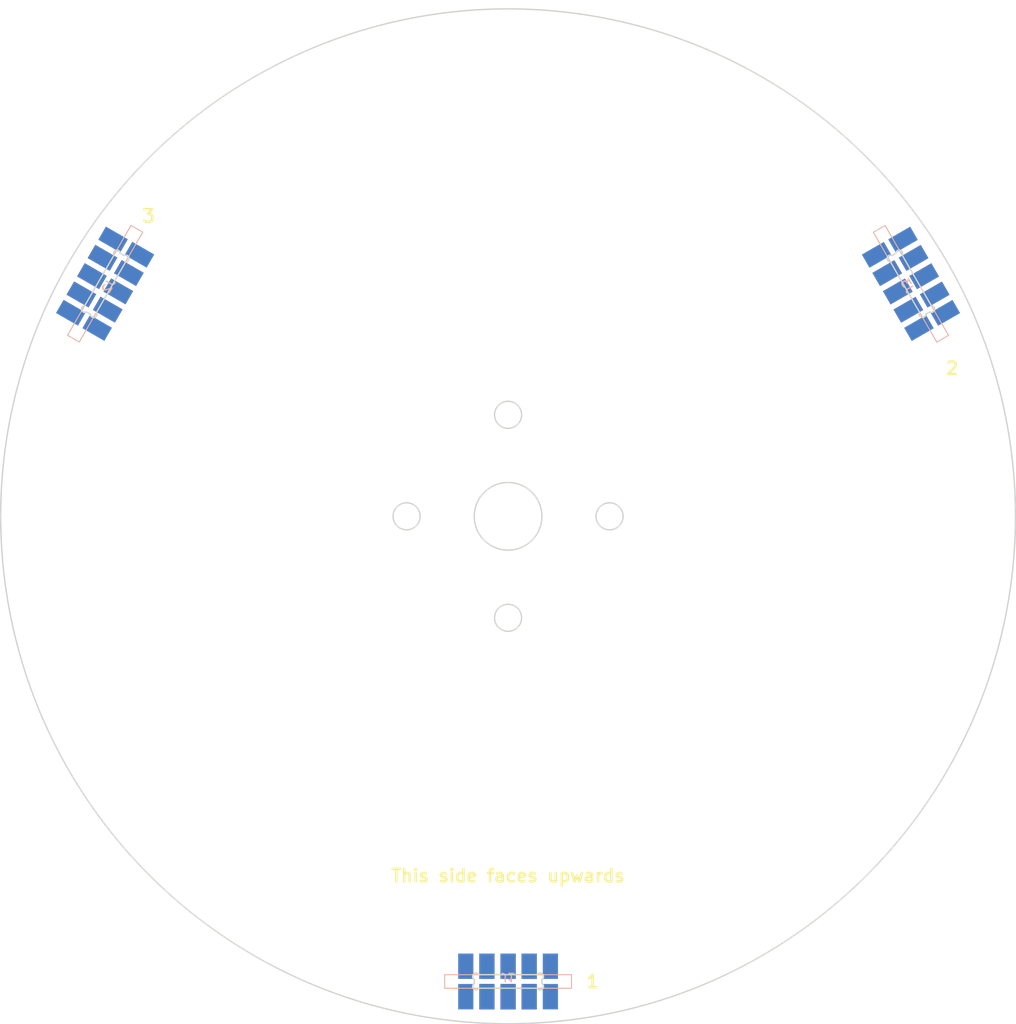
<source format=kicad_pcb>
(kicad_pcb (version 20201002) (generator pcbnew)

  (general
    (thickness 1.6)
  )

  (paper "A4")
  (layers
    (0 "F.Cu" signal)
    (31 "B.Cu" signal)
    (32 "B.Adhes" user "B.Adhesive")
    (33 "F.Adhes" user "F.Adhesive")
    (34 "B.Paste" user)
    (35 "F.Paste" user)
    (36 "B.SilkS" user "B.Silkscreen")
    (37 "F.SilkS" user "F.Silkscreen")
    (38 "B.Mask" user)
    (39 "F.Mask" user)
    (40 "Dwgs.User" user "User.Drawings")
    (41 "Cmts.User" user "User.Comments")
    (42 "Eco1.User" user "User.Eco1")
    (43 "Eco2.User" user "User.Eco2")
    (44 "Edge.Cuts" user)
    (45 "Margin" user)
    (46 "B.CrtYd" user "B.Courtyard")
    (47 "F.CrtYd" user "F.Courtyard")
    (48 "B.Fab" user)
    (49 "F.Fab" user)
  )

  (setup
    (grid_origin 150 100)
    (pcbplotparams
      (layerselection 0x00010fc_ffffffff)
      (usegerberextensions false)
      (usegerberattributes true)
      (usegerberadvancedattributes true)
      (creategerberjobfile true)
      (svguseinch false)
      (svgprecision 6)
      (excludeedgelayer true)
      (linewidth 0.100000)
      (plotframeref false)
      (viasonmask false)
      (mode 1)
      (useauxorigin false)
      (hpglpennumber 1)
      (hpglpenspeed 20)
      (hpglpendiameter 15.000000)
      (psnegative false)
      (psa4output false)
      (plotreference true)
      (plotvalue true)
      (plotinvisibletext false)
      (sketchpadsonfab false)
      (subtractmaskfromsilk false)
      (outputformat 1)
      (mirror false)
      (drillshape 1)
      (scaleselection 1)
      (outputdirectory "")
    )
  )


  (net 0 "")
  (net 1 "Net-(J1-Pad16)")
  (net 2 "Net-(J1-Pad15)")
  (net 3 "Net-(J1-Pad14)")
  (net 4 "Net-(J1-Pad13)")
  (net 5 "Net-(J1-Pad12)")
  (net 6 "Net-(J1-Pad11)")
  (net 7 "Net-(J1-Pad8)")
  (net 8 "Net-(J1-Pad5)")
  (net 9 "Net-(J1-Pad4)")
  (net 10 "Net-(J1-Pad3)")
  (net 11 "Net-(J1-Pad2)")
  (net 12 "Net-(J1-Pad1)")
  (net 13 "Net-(J2-Pad16)")
  (net 14 "Net-(J2-Pad15)")
  (net 15 "Net-(J2-Pad14)")
  (net 16 "Net-(J2-Pad13)")
  (net 17 "Net-(J2-Pad12)")
  (net 18 "Net-(J2-Pad11)")
  (net 19 "Net-(J2-Pad10)")
  (net 20 "Net-(J2-Pad9)")
  (net 21 "Net-(J2-Pad8)")
  (net 22 "Net-(J2-Pad7)")
  (net 23 "Net-(J2-Pad6)")
  (net 24 "Net-(J2-Pad5)")
  (net 25 "Net-(J2-Pad4)")
  (net 26 "Net-(J2-Pad3)")
  (net 27 "Net-(J2-Pad2)")
  (net 28 "Net-(J2-Pad1)")
  (net 29 "Net-(J3-Pad16)")
  (net 30 "Net-(J3-Pad15)")
  (net 31 "Net-(J3-Pad14)")
  (net 32 "Net-(J3-Pad13)")
  (net 33 "Net-(J3-Pad12)")
  (net 34 "Net-(J3-Pad11)")
  (net 35 "Net-(J3-Pad10)")
  (net 36 "Net-(J3-Pad9)")
  (net 37 "Net-(J3-Pad8)")
  (net 38 "Net-(J3-Pad7)")
  (net 39 "Net-(J3-Pad6)")
  (net 40 "Net-(J3-Pad5)")
  (net 41 "Net-(J3-Pad4)")
  (net 42 "Net-(J3-Pad3)")
  (net 43 "Net-(J3-Pad2)")
  (net 44 "Net-(J3-Pad1)")
  (net 45 "/mesh_0r")
  (net 46 "/mesh_1r")
  (net 47 "/mesh_1s")
  (net 48 "/mesh_0s")

  (module "common_footprints:8mm_base" (layer "B.Cu") (tedit 5F75A806) (tstamp d3200566-d563-4a4c-8808-4e8edbfe7c9a)
    (at 197.641154 72.509936 -60)
    (property "Sheet file" "/home/user/research/rotohsm/prototype/mech_pcbs/rotor_top_pcb/rotor_top_pcb.kicad_sch")
    (property "Sheet name" "")
    (path "/da2de732-e8e4-4102-943f-b8565ea9e299")
    (attr through_hole)
    (fp_text reference "J3" (at 0 0.5 -60 unlocked) (layer "B.SilkS")
      (effects (font (size 1 1) (thickness 0.15)) (justify mirror))
      (tstamp 4dd5297d-66a8-40b9-a760-66c36ef53793)
    )
    (fp_text value "8mm_junction" (at 0 -1 -60 unlocked) (layer "B.Fab")
      (effects (font (size 1 1) (thickness 0.15)) (justify mirror))
      (tstamp 2a708238-b13a-4002-8fa5-885d40339314)
    )
    (fp_rect (start 7.5 0.8) (end -7.5 -0.8) (layer "B.SilkS") (width 0.12) (tstamp 75bc5e38-483c-432c-9dbc-8604e7c3a37d))
    (fp_rect (start -4 -0.8) (end 4 0.8) (layer "Dwgs.User") (width 0.1) (tstamp 80c8db8c-c6d8-41a1-a988-ef5bc226a088))
    (pad "1" smd rect (at -5 -1.8 300) (size 1.8 3) (layers "B.Cu" "B.Mask")
      (net 44 "Net-(J3-Pad1)") (tstamp 7722a042-2c2b-405f-b315-22b19b7745d6))
    (pad "2" smd rect (at -2.5 -1.8 300) (size 1.8 3) (layers "B.Cu" "B.Mask")
      (net 43 "Net-(J3-Pad2)") (tstamp 4b4091f2-777d-49c3-bdef-f8c46f3d83ad))
    (pad "3" smd rect (at 0 -1.8 300) (size 1.8 3) (layers "B.Cu" "B.Mask")
      (net 42 "Net-(J3-Pad3)") (tstamp 5471dd0d-cdd3-4c92-929f-0088783b83d3))
    (pad "4" smd rect (at 2.5 -1.8 300) (size 1.8 3) (layers "B.Cu" "B.Mask")
      (net 41 "Net-(J3-Pad4)") (tstamp 5844f65d-d08a-4bd9-a2d3-9b55f4d20fec))
    (pad "5" smd rect (at 5 -1.8 300) (size 1.8 3) (layers "B.Cu" "B.Mask")
      (net 40 "Net-(J3-Pad5)") (tstamp 90438a9e-a792-441e-abc1-608afe95cd92))
    (pad "6" smd rect (at 5 1.8 300) (size 1.8 3) (layers "B.Cu" "B.Mask")
      (net 39 "Net-(J3-Pad6)") (tstamp 2c2b2e29-a306-4512-9664-f93cd5453e56))
    (pad "7" smd rect (at 2.5 1.8 300) (size 1.8 3) (layers "B.Cu" "B.Mask")
      (net 38 "Net-(J3-Pad7)") (tstamp 8bd054f8-d178-4ed5-95af-702ef88e3c6a))
    (pad "8" smd rect (at 0 1.8 300) (size 1.8 3) (layers "B.Cu" "B.Mask")
      (net 37 "Net-(J3-Pad8)") (tstamp 0dce4894-f775-4bee-9484-2787fafa09dc))
    (pad "9" smd rect (at -2.5 1.8 300) (size 1.8 3) (layers "B.Cu" "B.Mask")
      (net 36 "Net-(J3-Pad9)") (tstamp ed016c0c-a17f-4140-9c7b-81e9a7e0b975))
    (pad "10" smd rect (at -5 1.8 300) (size 1.8 3) (layers "B.Cu" "B.Mask")
      (net 35 "Net-(J3-Pad10)") (tstamp 7a341744-3050-4c1e-8669-72325e240312))
    (pad "11" smd rect (at -2.5 -1.8 300) (size 1.8 3) (layers "F.Cu" "F.Mask")
      (net 34 "Net-(J3-Pad11)") (solder_mask_margin 0.1) (tstamp 944ced87-1af8-4291-9c65-fb02ffd77938))
    (pad "12" smd rect (at 0 -1.8 300) (size 1.8 3) (layers "F.Cu" "F.Mask")
      (net 33 "Net-(J3-Pad12)") (solder_mask_margin 0.1) (tstamp 1b2fc3e4-8db1-4808-88b6-42b62d5bd7bd))
    (pad "13" smd rect (at 2.5 -1.8 300) (size 1.8 3) (layers "F.Cu" "F.Mask")
      (net 32 "Net-(J3-Pad13)") (solder_mask_margin 0.1) (tstamp bb582221-70de-42fe-ae72-bcf43d161cb1))
    (pad "14" smd rect (at 2.5 1.8 300) (size 1.8 3) (layers "F.Cu" "F.Mask")
      (net 31 "Net-(J3-Pad14)") (solder_mask_margin 0.1) (tstamp 9fed537a-27e0-4db0-830d-7f7179f0aac6))
    (pad "15" smd rect (at 0 1.8 300) (size 1.8 3) (layers "F.Cu" "F.Mask")
      (net 30 "Net-(J3-Pad15)") (solder_mask_margin 0.1) (tstamp 8fd61f58-07a2-4f31-8641-abdb30a6fc71))
    (pad "16" smd rect (at -2.5 1.8 300) (size 1.8 3) (layers "F.Cu" "F.Mask")
      (net 29 "Net-(J3-Pad16)") (solder_mask_margin 0.1) (tstamp 0bcc6615-644e-4568-9e83-5fec035ab0b0))
  )

  (module "common_footprints:8mm_base" (layer "B.Cu") (tedit 5F75A806) (tstamp d818003d-cd81-426a-82c6-b64fcf6601ee)
    (at 102.35 72.5 60)
    (property "Sheet file" "/home/user/research/rotohsm/prototype/mech_pcbs/rotor_top_pcb/rotor_top_pcb.kicad_sch")
    (property "Sheet name" "")
    (path "/efa87beb-9e1c-4f0c-95e0-9d80890741d8")
    (attr through_hole)
    (fp_text reference "J2" (at 0 0.5 60 unlocked) (layer "B.SilkS")
      (effects (font (size 1 1) (thickness 0.15)) (justify mirror))
      (tstamp 7ba59398-ef69-4991-8346-436f54d1206b)
    )
    (fp_text value "8mm_junction" (at 0 -1 60 unlocked) (layer "B.Fab")
      (effects (font (size 1 1) (thickness 0.15)) (justify mirror))
      (tstamp e370439f-d7b3-4c4c-9ba9-ac863820c619)
    )
    (fp_rect (start 7.5 0.8) (end -7.5 -0.8) (layer "B.SilkS") (width 0.12) (tstamp 70ed61de-f888-4383-9b5c-4bf251ef98c4))
    (fp_rect (start -4 -0.8) (end 4 0.8) (layer "Dwgs.User") (width 0.1) (tstamp 186f139b-1804-44d6-991f-d61995aa3847))
    (pad "1" smd rect (at -5 -1.8 60) (size 1.8 3) (layers "B.Cu" "B.Mask")
      (net 28 "Net-(J2-Pad1)") (tstamp b97b2ab6-4b10-4d28-a976-aa085a8d4743))
    (pad "2" smd rect (at -2.5 -1.8 60) (size 1.8 3) (layers "B.Cu" "B.Mask")
      (net 27 "Net-(J2-Pad2)") (tstamp 5a2ee173-6834-4600-bf1a-ab4c710aeaba))
    (pad "3" smd rect (at 0 -1.8 60) (size 1.8 3) (layers "B.Cu" "B.Mask")
      (net 26 "Net-(J2-Pad3)") (tstamp ee63edfb-1205-45c4-887e-96b35b9dba0b))
    (pad "4" smd rect (at 2.5 -1.8 60) (size 1.8 3) (layers "B.Cu" "B.Mask")
      (net 25 "Net-(J2-Pad4)") (tstamp 1d011fcb-4269-442f-a36d-443b1969c8ea))
    (pad "5" smd rect (at 5 -1.8 60) (size 1.8 3) (layers "B.Cu" "B.Mask")
      (net 24 "Net-(J2-Pad5)") (tstamp b6de08b5-1bd5-4b60-9edc-a82a93109d59))
    (pad "6" smd rect (at 5 1.8 60) (size 1.8 3) (layers "B.Cu" "B.Mask")
      (net 23 "Net-(J2-Pad6)") (tstamp 1d1106e8-d748-4014-bf9e-0946f06cfc7f))
    (pad "7" smd rect (at 2.5 1.8 60) (size 1.8 3) (layers "B.Cu" "B.Mask")
      (net 22 "Net-(J2-Pad7)") (tstamp 2d4eb6c7-c252-4926-94ea-dd08e33ca163))
    (pad "8" smd rect (at 0 1.8 60) (size 1.8 3) (layers "B.Cu" "B.Mask")
      (net 21 "Net-(J2-Pad8)") (tstamp b1e0de9f-084f-4fec-ac8f-9b7610b62bca))
    (pad "9" smd rect (at -2.5 1.8 60) (size 1.8 3) (layers "B.Cu" "B.Mask")
      (net 20 "Net-(J2-Pad9)") (tstamp 76790f27-c8e8-49b2-914b-53e1edec3bcd))
    (pad "10" smd rect (at -5 1.8 60) (size 1.8 3) (layers "B.Cu" "B.Mask")
      (net 19 "Net-(J2-Pad10)") (tstamp 892676a3-523e-41c8-a340-8717d4d62e4d))
    (pad "11" smd rect (at -2.5 -1.8 60) (size 1.8 3) (layers "F.Cu" "F.Mask")
      (net 18 "Net-(J2-Pad11)") (solder_mask_margin 0.1) (tstamp 5c6cbae3-1c1d-417f-837f-1872647b3fe9))
    (pad "12" smd rect (at 0 -1.8 60) (size 1.8 3) (layers "F.Cu" "F.Mask")
      (net 17 "Net-(J2-Pad12)") (solder_mask_margin 0.1) (tstamp 39879d54-bd48-44f9-845e-c5161a55deff))
    (pad "13" smd rect (at 2.5 -1.8 60) (size 1.8 3) (layers "F.Cu" "F.Mask")
      (net 16 "Net-(J2-Pad13)") (solder_mask_margin 0.1) (tstamp 7604539a-9d7f-4c7c-8a99-13c5981e0c08))
    (pad "14" smd rect (at 2.5 1.8 60) (size 1.8 3) (layers "F.Cu" "F.Mask")
      (net 15 "Net-(J2-Pad14)") (solder_mask_margin 0.1) (tstamp c8511d5c-75b5-4633-9b71-c29dafa3f063))
    (pad "15" smd rect (at 0 1.8 60) (size 1.8 3) (layers "F.Cu" "F.Mask")
      (net 14 "Net-(J2-Pad15)") (solder_mask_margin 0.1) (tstamp 46c7d105-d250-4902-8743-b52e699d3e76))
    (pad "16" smd rect (at -2.5 1.8 60) (size 1.8 3) (layers "F.Cu" "F.Mask")
      (net 13 "Net-(J2-Pad16)") (solder_mask_margin 0.1) (tstamp 0d78c9c8-0068-45bf-8c9f-9829de8fd4c8))
  )

  (module "common_footprints:8mm_base" (layer "B.Cu") (tedit 5F75A806) (tstamp f24eeb49-02d7-4b48-9c0a-afa28c07498b)
    (at 150 155 180)
    (property "Sheet file" "/home/user/research/rotohsm/prototype/mech_pcbs/rotor_top_pcb/rotor_top_pcb.kicad_sch")
    (property "Sheet name" "")
    (path "/a1b21986-1f92-4449-882b-14b8f91c2510")
    (attr through_hole)
    (fp_text reference "J1" (at 0 0.5 180 unlocked) (layer "B.SilkS")
      (effects (font (size 1 1) (thickness 0.15)) (justify mirror))
      (tstamp 27043d80-1489-42de-ac1a-72e743e85c59)
    )
    (fp_text value "8mm_junction" (at 0 -1 180 unlocked) (layer "B.Fab")
      (effects (font (size 1 1) (thickness 0.15)) (justify mirror))
      (tstamp 77c1dce4-7885-4cc6-94c1-c5e166ef4ba6)
    )
    (fp_rect (start 7.5 0.8) (end -7.5 -0.8) (layer "B.SilkS") (width 0.12) (tstamp ef425bf0-2b40-4a29-9a63-51928219eb32))
    (fp_rect (start -4 -0.8) (end 4 0.8) (layer "Dwgs.User") (width 0.1) (tstamp 841f0a59-3a30-4991-a365-51b3024e56e3))
    (pad "1" smd rect (at -5 -1.8 180) (size 1.8 3) (layers "B.Cu" "B.Mask")
      (net 12 "Net-(J1-Pad1)") (tstamp 30970a9b-1b39-47f8-af83-7c3b5786b13c))
    (pad "2" smd rect (at -2.5 -1.8 180) (size 1.8 3) (layers "B.Cu" "B.Mask")
      (net 11 "Net-(J1-Pad2)") (tstamp c9d04971-467c-4133-a033-b097a67d7ea3))
    (pad "3" smd rect (at 0 -1.8 180) (size 1.8 3) (layers "B.Cu" "B.Mask")
      (net 10 "Net-(J1-Pad3)") (tstamp a4bc8193-f6e1-4216-afaf-4377ed7a2938))
    (pad "4" smd rect (at 2.5 -1.8 180) (size 1.8 3) (layers "B.Cu" "B.Mask")
      (net 9 "Net-(J1-Pad4)") (tstamp 73ad395b-feb6-4347-8b20-2648f6592f65))
    (pad "5" smd rect (at 5 -1.8 180) (size 1.8 3) (layers "B.Cu" "B.Mask")
      (net 8 "Net-(J1-Pad5)") (tstamp fe4decfd-7067-4601-b0be-56fe44fcd8ee))
    (pad "6" smd rect (at 5 1.8 180) (size 1.8 3) (layers "B.Cu" "B.Mask")
      (net 48 "/mesh_0s") (tstamp 97d72de3-6a5f-4836-888b-2e68481f35ff))
    (pad "7" smd rect (at 2.5 1.8 180) (size 1.8 3) (layers "B.Cu" "B.Mask")
      (net 47 "/mesh_1s") (tstamp 4a96e89a-2f6a-4259-8815-78a848c189d9))
    (pad "8" smd rect (at 0 1.8 180) (size 1.8 3) (layers "B.Cu" "B.Mask")
      (net 7 "Net-(J1-Pad8)") (tstamp 50695d6d-7725-4db8-92bd-80df14e3f34d))
    (pad "9" smd rect (at -2.5 1.8 180) (size 1.8 3) (layers "B.Cu" "B.Mask")
      (net 46 "/mesh_1r") (tstamp 836286a5-b7af-4d3c-ae26-a4b60fd9f311))
    (pad "10" smd rect (at -5 1.8 180) (size 1.8 3) (layers "B.Cu" "B.Mask")
      (net 45 "/mesh_0r") (tstamp 1008b3da-e38e-4e17-b87b-2e96396c9885))
    (pad "11" smd rect (at -2.5 -1.8 180) (size 1.8 3) (layers "F.Cu" "F.Mask")
      (net 6 "Net-(J1-Pad11)") (solder_mask_margin 0.1) (tstamp d7c2abf5-f9c5-4175-92f1-2f43f683a468))
    (pad "12" smd rect (at 0 -1.8 180) (size 1.8 3) (layers "F.Cu" "F.Mask")
      (net 5 "Net-(J1-Pad12)") (solder_mask_margin 0.1) (tstamp b0939e47-b67a-4796-bd45-943421a97bb8))
    (pad "13" smd rect (at 2.5 -1.8 180) (size 1.8 3) (layers "F.Cu" "F.Mask")
      (net 4 "Net-(J1-Pad13)") (solder_mask_margin 0.1) (tstamp cf5e641d-6d6c-4e1c-a9e5-41e5c19934fc))
    (pad "14" smd rect (at 2.5 1.8 180) (size 1.8 3) (layers "F.Cu" "F.Mask")
      (net 3 "Net-(J1-Pad14)") (solder_mask_margin 0.1) (tstamp 4a47a65e-c274-43a9-a5a2-ae6e709e0260))
    (pad "15" smd rect (at 0 1.8 180) (size 1.8 3) (layers "F.Cu" "F.Mask")
      (net 2 "Net-(J1-Pad15)") (solder_mask_margin 0.1) (tstamp 6e5c61d9-5e9e-4d19-82c4-8ab8d44d7af9))
    (pad "16" smd rect (at -2.5 1.8 180) (size 1.8 3) (layers "F.Cu" "F.Mask")
      (net 1 "Net-(J1-Pad16)") (solder_mask_margin 0.1) (tstamp 8816a68e-89a6-42fe-8caa-bda1937524ef))
  )

  (gr_poly (pts
 (xy 200 61)
    (xy 189 67)
    (xy 198 82)
    (xy 210 75)
    (xy 210 160)
    (xy 90 160)
    (xy 90 90)
    (xy 91 77)
    (xy 102 82)
    (xy 111 67)
    (xy 95 60)
    (xy 95 40)
    (xy 177 39)) (layer "Eco1.User") (width 0.1) (tstamp 9eb5260b-7f86-4f68-8591-70027bad8ee3))
  (gr_line (start 99.949 75.091) (end 103.403 69.109) (angle 90) (layer "Edge.Cuts") (width 0.16) (tstamp 037575b2-a072-4db2-adad-adde48bad8d3))
  (gr_line (start 199.412 76.091) (end 199.851 75.837) (angle 90) (layer "Edge.Cuts") (width 0.16) (tstamp 0f6aa767-2d62-4d79-bcc0-071a43fc4b2f))
  (gr_circle (center 138 100) (end 136.4 100) (layer "Edge.Cuts") (width 0.16) (tstamp 24c76efc-fa73-4315-9872-d3a1650190eb))
  (gr_arc (start 200.051 75.491) (end 199.851 75.837) (angle -210) (layer "Edge.Cuts") (width 0.16) (tstamp 255e46dd-23a7-417a-bd85-27642f0c3880))
  (gr_arc (start 103.749 68.909) (end 104.149 68.909) (angle -210) (layer "Edge.Cuts") (width 0.16) (tstamp 2ee61445-197c-44a1-9cb7-ad7147a73a10))
  (gr_circle (center 150 100) (end 146 100) (layer "Edge.Cuts") (width 0.16) (tstamp 2fa3df53-7b2c-4301-8bea-6d4b21bc4201))
  (gr_line (start 146 154.746) (end 146 155.254) (angle 90) (layer "Edge.Cuts") (width 0.16) (tstamp 447dd2e1-7601-48e2-85ca-2a075cdef4ac))
  (gr_arc (start 199.012 76.091) (end 198.665 75.891) (angle -210) (layer "Edge.Cuts") (width 0.16) (tstamp 50ca8c57-0a2e-44a3-afdd-2a4b5ea69412))
  (gr_arc (start 195.212 69.509) (end 195.412 69.163) (angle -210) (layer "Edge.Cuts") (width 0.16) (tstamp 5539b53f-e31f-4875-a336-590200481045))
  (gr_arc (start 196.251 68.909) (end 196.597 69.109) (angle -210) (layer "Edge.Cuts") (width 0.16) (tstamp 568d483a-4a3b-4a54-ac44-cf4110bad384))
  (gr_circle (center 150 100) (end 90 100) (layer "Edge.Cuts") (width 0.16) (tstamp 65aaf0d5-7af2-4ca4-8f30-79de15eec9bb))
  (gr_line (start 104.588 69.163) (end 104.149 68.909) (angle 90) (layer "Edge.Cuts") (width 0.16) (tstamp 6927b8a5-e32c-48ab-80c2-9a7dd7c95cd5))
  (gr_arc (start 146.2 155.6) (end 146 155.254) (angle -210) (layer "Edge.Cuts") (width 0.16) (tstamp 78d0ded2-b865-4004-a604-7f2c8d74e3a2))
  (gr_circle (center 162 100) (end 160.4 100) (layer "Edge.Cuts") (width 0.16) (tstamp 7a64ded5-bb55-4387-bad5-98967e89c99c))
  (gr_circle (center 150 112) (end 148.4 112) (layer "Edge.Cuts") (width 0.16) (tstamp 8749f388-1c79-49de-808d-e06eea24c47a))
  (gr_line (start 196.597 69.109) (end 200.051 75.091) (angle 90) (layer "Edge.Cuts") (width 0.16) (tstamp 8d5fac8e-68b9-497a-b254-8c73bf3e9618))
  (gr_arc (start 104.788 69.509) (end 104.788 69.909) (angle -210) (layer "Edge.Cuts") (width 0.16) (tstamp 90d84e53-a61c-4a6b-b1f3-8740cf9bf50f))
  (gr_arc (start 146.2 154.4) (end 146.546 154.2) (angle -210) (layer "Edge.Cuts") (width 0.16) (tstamp 9119234c-121a-4d83-b318-04b323bcb662))
  (gr_arc (start 99.949 75.491) (end 99.949 75.091) (angle -210) (layer "Edge.Cuts") (width 0.16) (tstamp 94b97614-a672-4c2f-8070-7698fcd0f206))
  (gr_line (start 195.412 69.163) (end 195.851 68.909) (angle 90) (layer "Edge.Cuts") (width 0.16) (tstamp a64673bc-5649-4ccf-be0f-92764ae3fe3c))
  (gr_line (start 153.454 154.2) (end 146.546 154.2) (angle 90) (layer "Edge.Cuts") (width 0.16) (tstamp bd56182d-4c75-42ba-96b3-91304928b697))
  (gr_arc (start 100.988 76.091) (end 100.588 76.091) (angle -210) (layer "Edge.Cuts") (width 0.16) (tstamp be17fd50-c52f-4a81-a00e-01929d3f8d2b))
  (gr_arc (start 153.8 155.6) (end 153.454 155.8) (angle -210) (layer "Edge.Cuts") (width 0.16) (tstamp c2fe01b0-91bc-4ce3-8343-7a74ae4dbfaa))
  (gr_circle (center 150 88) (end 148.4 88) (layer "Edge.Cuts") (width 0.16) (tstamp d4286737-97ce-4648-8ad8-c5c72acba331))
  (gr_arc (start 153.8 154.4) (end 154 154.746) (angle -210) (layer "Edge.Cuts") (width 0.16) (tstamp d5976085-5a09-4240-98dc-2b7aed943c00))
  (gr_line (start 154 154.746) (end 154 155.254) (angle 90) (layer "Edge.Cuts") (width 0.16) (tstamp db7c2b5d-1b45-46cd-ba9e-72988b96973c))
  (gr_line (start 101.335 75.891) (end 104.788 69.909) (angle 90) (layer "Edge.Cuts") (width 0.16) (tstamp db7c96d6-625d-48cd-aa25-1a438e7f53ce))
  (gr_line (start 100.588 76.091) (end 100.149 75.837) (angle 90) (layer "Edge.Cuts") (width 0.16) (tstamp dc64681f-3891-4c00-a901-a410bfd542ba))
  (gr_line (start 153.454 155.8) (end 146.546 155.8) (angle 90) (layer "Edge.Cuts") (width 0.16) (tstamp e937da31-8030-4fba-a1d8-8b93749e4841))
  (gr_line (start 195.212 69.909) (end 198.665 75.891) (angle 90) (layer "Edge.Cuts") (width 0.16) (tstamp fe32f053-1e0b-4199-a904-38f7a1e9bbc4))
  (gr_text "This side faces upwards" (at 150 142.5) (layer "F.SilkS") (tstamp 1b998dbf-82f3-4ae8-a466-5664592aaeda)
    (effects (font (size 1.5 1.5) (thickness 0.3)))
  )
  (gr_text "3" (at 107.5 64.5) (layer "F.SilkS") (tstamp bc444311-3d5a-4829-822d-15f27340c28c)
    (effects (font (size 1.5 1.5) (thickness 0.3)))
  )
  (gr_text "2" (at 202.5 82.5) (layer "F.SilkS") (tstamp c49133a9-4503-41e3-9fb5-50d360ea61da)
    (effects (font (size 1.5 1.5) (thickness 0.3)))
  )
  (gr_text "1" (at 160 155) (layer "F.SilkS") (tstamp f1e3582d-416f-420d-9f72-9c3f696e52fd)
    (effects (font (size 1.5 1.5) (thickness 0.3)))
  )

)

</source>
